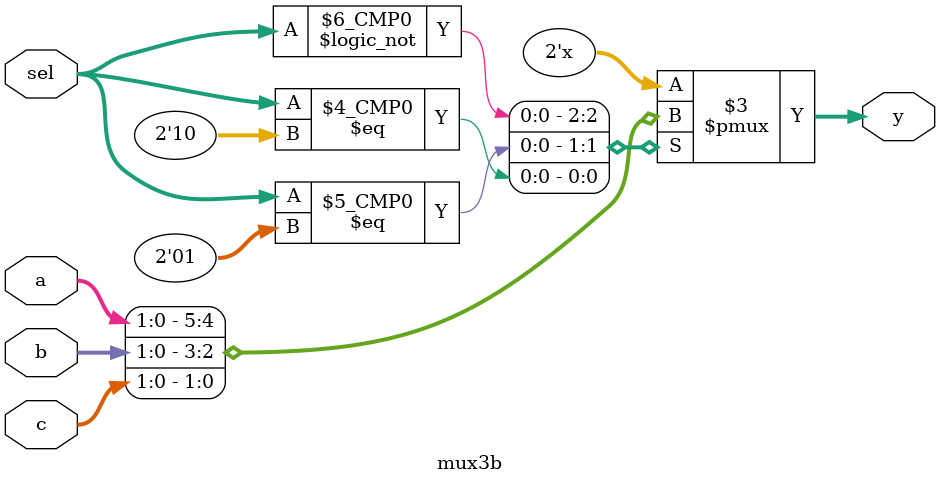
<source format=sv>
module mux3b
(
  input logic [1 : 0] a, b, c,
  input logic [1 : 0] sel,
  output logic [1 : 0] y
);

  always_comb begin
    (* full_case *)
    case (sel) 
      2'b00 : y = a;
      2'b01 : y = b;
      2'b10 : y = c;
    endcase
  end
endmodule

</source>
